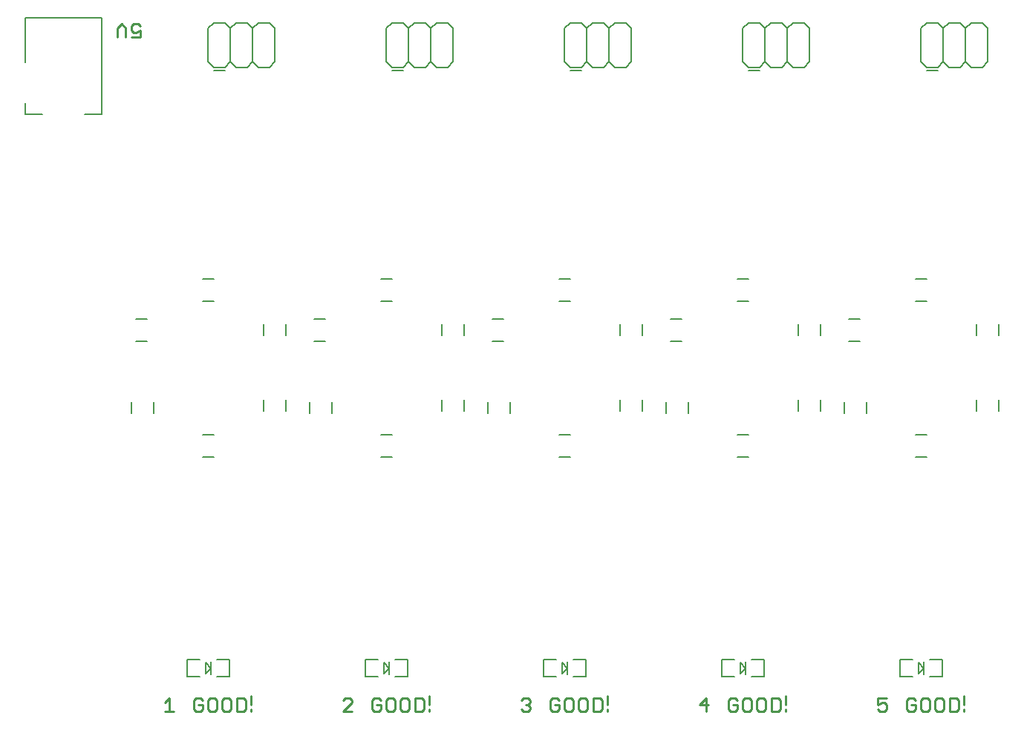
<source format=gto>
G75*
G70*
%OFA0B0*%
%FSLAX24Y24*%
%IPPOS*%
%LPD*%
%AMOC8*
5,1,8,0,0,1.08239X$1,22.5*
%
%ADD10C,0.0110*%
%ADD11C,0.0080*%
D10*
X009715Y002715D02*
X010109Y002715D01*
X009912Y002715D02*
X009912Y003306D01*
X009715Y003109D01*
X011004Y003207D02*
X011004Y002813D01*
X011103Y002715D01*
X011299Y002715D01*
X011398Y002813D01*
X011398Y003010D01*
X011201Y003010D01*
X011398Y003207D02*
X011299Y003306D01*
X011103Y003306D01*
X011004Y003207D01*
X011649Y003207D02*
X011649Y002813D01*
X011747Y002715D01*
X011944Y002715D01*
X012042Y002813D01*
X012042Y003207D01*
X011944Y003306D01*
X011747Y003306D01*
X011649Y003207D01*
X012293Y003207D02*
X012293Y002813D01*
X012392Y002715D01*
X012588Y002715D01*
X012687Y002813D01*
X012687Y003207D01*
X012588Y003306D01*
X012392Y003306D01*
X012293Y003207D01*
X012938Y003306D02*
X012938Y002715D01*
X013233Y002715D01*
X013331Y002813D01*
X013331Y003207D01*
X013233Y003306D01*
X012938Y003306D01*
X013582Y003404D02*
X013582Y003010D01*
X013582Y002813D02*
X013582Y002715D01*
X017715Y002715D02*
X018109Y003109D01*
X018109Y003207D01*
X018010Y003306D01*
X017813Y003306D01*
X017715Y003207D01*
X017715Y002715D02*
X018109Y002715D01*
X019004Y002813D02*
X019004Y003207D01*
X019103Y003306D01*
X019299Y003306D01*
X019398Y003207D01*
X019398Y003010D02*
X019201Y003010D01*
X019398Y003010D02*
X019398Y002813D01*
X019299Y002715D01*
X019103Y002715D01*
X019004Y002813D01*
X019649Y002813D02*
X019747Y002715D01*
X019944Y002715D01*
X020042Y002813D01*
X020042Y003207D01*
X019944Y003306D01*
X019747Y003306D01*
X019649Y003207D01*
X019649Y002813D01*
X020293Y002813D02*
X020293Y003207D01*
X020392Y003306D01*
X020588Y003306D01*
X020687Y003207D01*
X020687Y002813D01*
X020588Y002715D01*
X020392Y002715D01*
X020293Y002813D01*
X020938Y002715D02*
X021233Y002715D01*
X021331Y002813D01*
X021331Y003207D01*
X021233Y003306D01*
X020938Y003306D01*
X020938Y002715D01*
X021582Y002715D02*
X021582Y002813D01*
X021582Y003010D02*
X021582Y003404D01*
X025715Y003207D02*
X025813Y003306D01*
X026010Y003306D01*
X026109Y003207D01*
X026109Y003109D01*
X026010Y003010D01*
X026109Y002912D01*
X026109Y002813D01*
X026010Y002715D01*
X025813Y002715D01*
X025715Y002813D01*
X025912Y003010D02*
X026010Y003010D01*
X027004Y002813D02*
X027103Y002715D01*
X027299Y002715D01*
X027398Y002813D01*
X027398Y003010D01*
X027201Y003010D01*
X027004Y003207D02*
X027004Y002813D01*
X027004Y003207D02*
X027103Y003306D01*
X027299Y003306D01*
X027398Y003207D01*
X027649Y003207D02*
X027649Y002813D01*
X027747Y002715D01*
X027944Y002715D01*
X028042Y002813D01*
X028042Y003207D01*
X027944Y003306D01*
X027747Y003306D01*
X027649Y003207D01*
X028293Y003207D02*
X028293Y002813D01*
X028392Y002715D01*
X028588Y002715D01*
X028687Y002813D01*
X028687Y003207D01*
X028588Y003306D01*
X028392Y003306D01*
X028293Y003207D01*
X028938Y003306D02*
X028938Y002715D01*
X029233Y002715D01*
X029331Y002813D01*
X029331Y003207D01*
X029233Y003306D01*
X028938Y003306D01*
X029582Y003404D02*
X029582Y003010D01*
X029582Y002813D02*
X029582Y002715D01*
X033715Y003010D02*
X034109Y003010D01*
X034010Y002715D02*
X034010Y003306D01*
X033715Y003010D01*
X035004Y002813D02*
X035103Y002715D01*
X035299Y002715D01*
X035398Y002813D01*
X035398Y003010D01*
X035201Y003010D01*
X035004Y003207D02*
X035004Y002813D01*
X035004Y003207D02*
X035103Y003306D01*
X035299Y003306D01*
X035398Y003207D01*
X035649Y003207D02*
X035649Y002813D01*
X035747Y002715D01*
X035944Y002715D01*
X036042Y002813D01*
X036042Y003207D01*
X035944Y003306D01*
X035747Y003306D01*
X035649Y003207D01*
X036293Y003207D02*
X036293Y002813D01*
X036392Y002715D01*
X036588Y002715D01*
X036687Y002813D01*
X036687Y003207D01*
X036588Y003306D01*
X036392Y003306D01*
X036293Y003207D01*
X036938Y003306D02*
X036938Y002715D01*
X037233Y002715D01*
X037331Y002813D01*
X037331Y003207D01*
X037233Y003306D01*
X036938Y003306D01*
X037582Y003404D02*
X037582Y003010D01*
X037582Y002813D02*
X037582Y002715D01*
X041715Y002813D02*
X041813Y002715D01*
X042010Y002715D01*
X042109Y002813D01*
X042109Y003010D01*
X042010Y003109D01*
X041912Y003109D01*
X041715Y003010D01*
X041715Y003306D01*
X042109Y003306D01*
X043004Y003207D02*
X043004Y002813D01*
X043103Y002715D01*
X043299Y002715D01*
X043398Y002813D01*
X043398Y003010D01*
X043201Y003010D01*
X043398Y003207D02*
X043299Y003306D01*
X043103Y003306D01*
X043004Y003207D01*
X043649Y003207D02*
X043649Y002813D01*
X043747Y002715D01*
X043944Y002715D01*
X044042Y002813D01*
X044042Y003207D01*
X043944Y003306D01*
X043747Y003306D01*
X043649Y003207D01*
X044293Y003207D02*
X044293Y002813D01*
X044392Y002715D01*
X044588Y002715D01*
X044687Y002813D01*
X044687Y003207D01*
X044588Y003306D01*
X044392Y003306D01*
X044293Y003207D01*
X044938Y003306D02*
X044938Y002715D01*
X045233Y002715D01*
X045331Y002813D01*
X045331Y003207D01*
X045233Y003306D01*
X044938Y003306D01*
X045582Y003404D02*
X045582Y003010D01*
X045582Y002813D02*
X045582Y002715D01*
X008605Y033014D02*
X008605Y033310D01*
X008408Y033211D01*
X008310Y033211D01*
X008211Y033310D01*
X008211Y033507D01*
X008310Y033605D01*
X008507Y033605D01*
X008605Y033507D01*
X008605Y033014D02*
X008211Y033014D01*
X007960Y033014D02*
X007960Y033408D01*
X007764Y033605D01*
X007567Y033408D01*
X007567Y033014D01*
D11*
X006872Y033879D02*
X003448Y033879D01*
X003448Y031892D01*
X003448Y030042D02*
X003448Y029546D01*
X004215Y029546D01*
X006105Y029546D02*
X006872Y029546D01*
X006872Y033879D01*
X011660Y033410D02*
X011660Y031910D01*
X011910Y031660D01*
X012410Y031660D01*
X012660Y031910D01*
X012660Y033410D01*
X012910Y033660D01*
X013410Y033660D01*
X013660Y033410D01*
X013660Y031910D01*
X013910Y031660D01*
X014410Y031660D01*
X014660Y031910D01*
X014660Y033410D01*
X014410Y033660D01*
X013910Y033660D01*
X013660Y033410D01*
X012660Y033410D02*
X012410Y033660D01*
X011910Y033660D01*
X011660Y033410D01*
X012660Y031910D02*
X012910Y031660D01*
X013410Y031660D01*
X013660Y031910D01*
X012410Y031528D02*
X011910Y031528D01*
X019660Y031910D02*
X019910Y031660D01*
X020410Y031660D01*
X020660Y031910D01*
X020660Y033410D01*
X020910Y033660D01*
X021410Y033660D01*
X021660Y033410D01*
X021660Y031910D01*
X021910Y031660D01*
X022410Y031660D01*
X022660Y031910D01*
X022660Y033410D01*
X022410Y033660D01*
X021910Y033660D01*
X021660Y033410D01*
X020660Y033410D02*
X020410Y033660D01*
X019910Y033660D01*
X019660Y033410D01*
X019660Y031910D01*
X019910Y031528D02*
X020410Y031528D01*
X020660Y031910D02*
X020910Y031660D01*
X021410Y031660D01*
X021660Y031910D01*
X027660Y031910D02*
X027660Y033410D01*
X027910Y033660D01*
X028410Y033660D01*
X028660Y033410D01*
X028660Y031910D01*
X028910Y031660D01*
X029410Y031660D01*
X029660Y031910D01*
X029660Y033410D01*
X029910Y033660D01*
X030410Y033660D01*
X030660Y033410D01*
X030660Y031910D01*
X030410Y031660D01*
X029910Y031660D01*
X029660Y031910D01*
X028660Y031910D02*
X028410Y031660D01*
X027910Y031660D01*
X027660Y031910D01*
X027910Y031528D02*
X028410Y031528D01*
X028660Y033410D02*
X028910Y033660D01*
X029410Y033660D01*
X029660Y033410D01*
X035660Y033410D02*
X035660Y031910D01*
X035910Y031660D01*
X036410Y031660D01*
X036660Y031910D01*
X036660Y033410D01*
X036910Y033660D01*
X037410Y033660D01*
X037660Y033410D01*
X037660Y031910D01*
X037910Y031660D01*
X038410Y031660D01*
X038660Y031910D01*
X038660Y033410D01*
X038410Y033660D01*
X037910Y033660D01*
X037660Y033410D01*
X036660Y033410D02*
X036410Y033660D01*
X035910Y033660D01*
X035660Y033410D01*
X036660Y031910D02*
X036910Y031660D01*
X037410Y031660D01*
X037660Y031910D01*
X036410Y031528D02*
X035910Y031528D01*
X043660Y031910D02*
X043910Y031660D01*
X044410Y031660D01*
X044660Y031910D01*
X044660Y033410D01*
X044910Y033660D01*
X045410Y033660D01*
X045660Y033410D01*
X045660Y031910D01*
X045910Y031660D01*
X046410Y031660D01*
X046660Y031910D01*
X046660Y033410D01*
X046410Y033660D01*
X045910Y033660D01*
X045660Y033410D01*
X044660Y033410D02*
X044410Y033660D01*
X043910Y033660D01*
X043660Y033410D01*
X043660Y031910D01*
X043910Y031528D02*
X044410Y031528D01*
X044660Y031910D02*
X044910Y031660D01*
X045410Y031660D01*
X045660Y031910D01*
X043910Y022160D02*
X043410Y022160D01*
X043410Y021160D02*
X043910Y021160D01*
X046160Y020110D02*
X046160Y019610D01*
X047160Y019610D02*
X047160Y020110D01*
X047160Y016710D02*
X047160Y016210D01*
X046160Y016210D02*
X046160Y016710D01*
X043910Y015160D02*
X043410Y015160D01*
X043410Y014160D02*
X043910Y014160D01*
X041210Y016110D02*
X041210Y016610D01*
X040210Y016610D02*
X040210Y016110D01*
X039160Y016210D02*
X039160Y016710D01*
X038160Y016710D02*
X038160Y016210D01*
X035910Y015160D02*
X035410Y015160D01*
X035410Y014160D02*
X035910Y014160D01*
X033210Y016110D02*
X033210Y016610D01*
X032210Y016610D02*
X032210Y016110D01*
X031160Y016210D02*
X031160Y016710D01*
X030160Y016710D02*
X030160Y016210D01*
X027910Y015160D02*
X027410Y015160D01*
X027410Y014160D02*
X027910Y014160D01*
X025210Y016110D02*
X025210Y016610D01*
X024210Y016610D02*
X024210Y016110D01*
X023160Y016210D02*
X023160Y016710D01*
X022160Y016710D02*
X022160Y016210D01*
X019910Y015160D02*
X019410Y015160D01*
X019410Y014160D02*
X019910Y014160D01*
X017210Y016110D02*
X017210Y016610D01*
X016210Y016610D02*
X016210Y016110D01*
X015160Y016210D02*
X015160Y016710D01*
X014160Y016710D02*
X014160Y016210D01*
X011910Y015160D02*
X011410Y015160D01*
X011410Y014160D02*
X011910Y014160D01*
X009210Y016110D02*
X009210Y016610D01*
X008210Y016610D02*
X008210Y016110D01*
X008410Y019360D02*
X008910Y019360D01*
X008910Y020360D02*
X008410Y020360D01*
X011410Y021160D02*
X011910Y021160D01*
X011910Y022160D02*
X011410Y022160D01*
X014160Y020110D02*
X014160Y019610D01*
X015160Y019610D02*
X015160Y020110D01*
X016410Y020360D02*
X016910Y020360D01*
X016910Y019360D02*
X016410Y019360D01*
X019410Y021160D02*
X019910Y021160D01*
X019910Y022160D02*
X019410Y022160D01*
X022160Y020110D02*
X022160Y019610D01*
X023160Y019610D02*
X023160Y020110D01*
X024410Y020360D02*
X024910Y020360D01*
X024910Y019360D02*
X024410Y019360D01*
X027410Y021160D02*
X027910Y021160D01*
X027910Y022160D02*
X027410Y022160D01*
X030160Y020110D02*
X030160Y019610D01*
X031160Y019610D02*
X031160Y020110D01*
X032410Y020360D02*
X032910Y020360D01*
X032910Y019360D02*
X032410Y019360D01*
X035410Y021160D02*
X035910Y021160D01*
X035910Y022160D02*
X035410Y022160D01*
X038160Y020110D02*
X038160Y019610D01*
X039160Y019610D02*
X039160Y020110D01*
X040410Y020360D02*
X040910Y020360D01*
X040910Y019360D02*
X040410Y019360D01*
X042715Y005054D02*
X042715Y004266D01*
X043266Y004266D01*
X043542Y004424D02*
X043778Y004660D01*
X043542Y004896D01*
X043542Y004424D01*
X043778Y004384D02*
X043778Y004660D01*
X043778Y004936D01*
X044054Y005054D02*
X044605Y005054D01*
X044605Y004266D01*
X044054Y004266D01*
X043266Y005054D02*
X042715Y005054D01*
X036605Y005054D02*
X036605Y004266D01*
X036054Y004266D01*
X035778Y004384D02*
X035778Y004660D01*
X035542Y004424D01*
X035542Y004896D01*
X035778Y004660D01*
X035778Y004936D01*
X036054Y005054D02*
X036605Y005054D01*
X035266Y005054D02*
X034715Y005054D01*
X034715Y004266D01*
X035266Y004266D01*
X028605Y004266D02*
X028054Y004266D01*
X027778Y004384D02*
X027778Y004660D01*
X027542Y004424D01*
X027542Y004896D01*
X027778Y004660D01*
X027778Y004936D01*
X028054Y005054D02*
X028605Y005054D01*
X028605Y004266D01*
X027266Y004266D02*
X026715Y004266D01*
X026715Y005054D01*
X027266Y005054D01*
X020605Y005054D02*
X020605Y004266D01*
X020054Y004266D01*
X019778Y004384D02*
X019778Y004660D01*
X019542Y004424D01*
X019542Y004896D01*
X019778Y004660D01*
X019778Y004936D01*
X020054Y005054D02*
X020605Y005054D01*
X019266Y005054D02*
X018715Y005054D01*
X018715Y004266D01*
X019266Y004266D01*
X012605Y004266D02*
X012054Y004266D01*
X011778Y004384D02*
X011778Y004660D01*
X011542Y004424D01*
X011542Y004896D01*
X011778Y004660D01*
X011778Y004936D01*
X012054Y005054D02*
X012605Y005054D01*
X012605Y004266D01*
X011266Y004266D02*
X010715Y004266D01*
X010715Y005054D01*
X011266Y005054D01*
M02*

</source>
